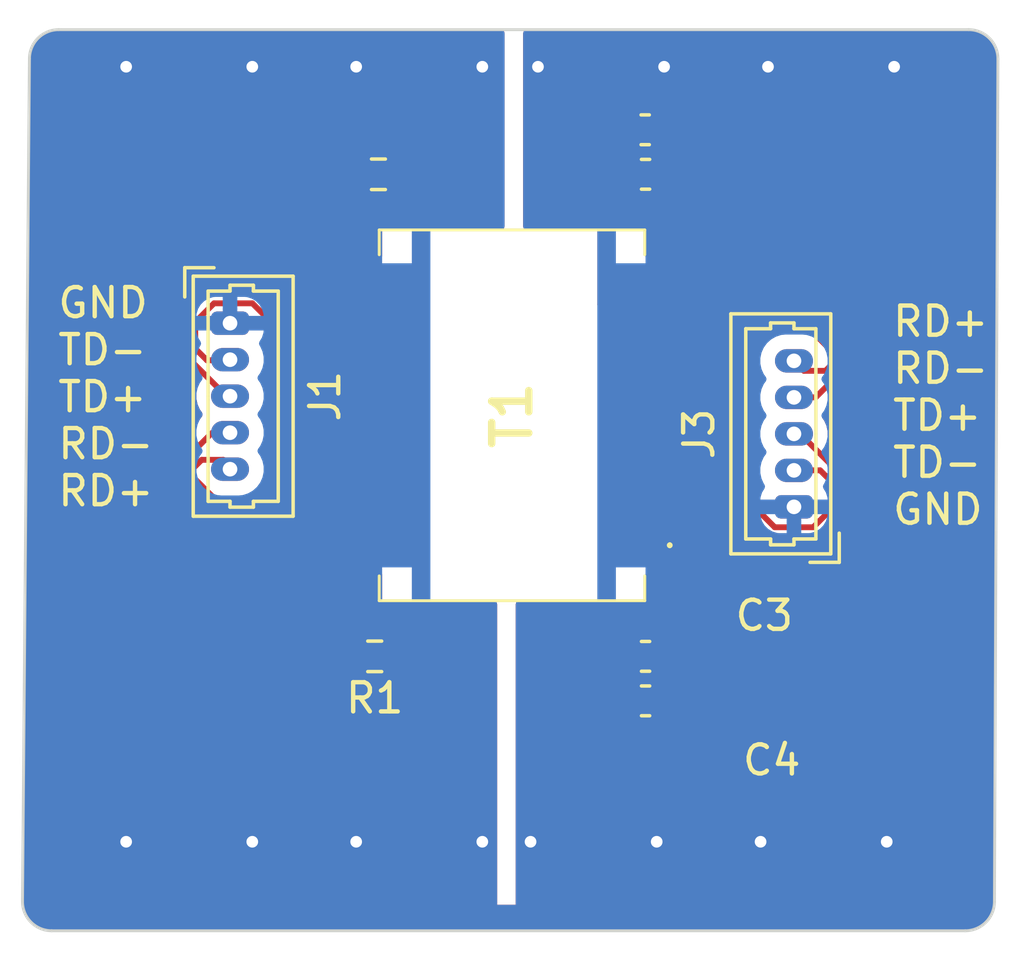
<source format=kicad_pcb>
(kicad_pcb (version 20221018) (generator pcbnew)
  (layers (0 "F.Cu" signal) (31 "B.Cu" signal) (34 "B.Paste" user) (35 "F.Paste" user) (36 "B.SilkS" user "B.Silkscreen") (37 "F.SilkS" user "F.Silkscreen") (38 "B.Mask" user) (39 "F.Mask" user) (44 "Edge.Cuts" user))
  (net 0 "")
  (net 1 "Net-(T1-RCT)")
  (net 2 "GND")
  (net 3 "Net-(T1-TCT)")
  (net 4 "/Tx+")
  (net 5 "/Tx-")
  (net 6 "/Rx+")
  (net 7 "/Rx-")
  (net 8 "Net-(T1-CMT_2)")
  (net 9 "Net-(T1-CMT_1)")
  (net 14 "/Rd+")
  (net 15 "/Rd-")
  (net 16 "/Td+")
  (net 17 "/Td-")
  (footprint "Connector_Molex:Molex_PicoBlade_53047-0510_1x05_P1.25mm_Vertical" (layer "F.Cu") (at 110.744 48.534 -90)
    (fp_text reference "J1" (at 2.5 -3.25 90) (layer "F.SilkS"))
    (fp_text value "Conn_01x05" hide)
    (fp_line (start -1.9 1.55) (end -1.9 0.55) (stroke (width 0.12)) (layer "F.SilkS"))
    (fp_line (start -1.9 1.55) (end -0.9 1.55) (stroke (width 0.12)) (layer "F.SilkS"))
    (fp_line (start -1.61 -2.16) (end -1.61 1.26) (stroke (width 0.12)) (layer "F.SilkS"))
    (fp_line (start -1.61 1.26) (end 6.61 1.26) (stroke (width 0.12)) (layer "F.SilkS"))
    (fp_line (start -1.3 -0.8) (end -1.1 -0.8) (stroke (width 0.12)) (layer "F.SilkS"))
    (fp_line (start -1.3 0) (end -1.3 -0.8) (stroke (width 0.12)) (layer "F.SilkS"))
    (fp_line (start -1.1 -1.65) (end 2.5 -1.65) (stroke (width 0.12)) (layer "F.SilkS"))
    (fp_line (start -1.1 -0.8) (end -1.1 -1.65) (stroke (width 0.12)) (layer "F.SilkS"))
    (fp_line (start -1.1 0) (end -1.3 0) (stroke (width 0.12)) (layer "F.SilkS"))
    (fp_line (start -1.1 0.75) (end -1.1 0) (stroke (width 0.12)) (layer "F.SilkS"))
    (fp_line (start 2.5 0.75) (end -1.1 0.75) (stroke (width 0.12)) (layer "F.SilkS"))
    (fp_line (start 2.5 0.75) (end 6.1 0.75) (stroke (width 0.12)) (layer "F.SilkS"))
    (fp_line (start 6.1 -1.65) (end 2.5 -1.65) (stroke (width 0.12)) (layer "F.SilkS"))
    (fp_line (start 6.1 -0.8) (end 6.1 -1.65) (stroke (width 0.12)) (layer "F.SilkS"))
    (fp_line (start 6.1 0) (end 6.3 0) (stroke (width 0.12)) (layer "F.SilkS"))
    (fp_line (start 6.1 0.75) (end 6.1 0) (stroke (width 0.12)) (layer "F.SilkS"))
    (fp_line (start 6.3 -0.8) (end 6.1 -0.8) (stroke (width 0.12)) (layer "F.SilkS"))
    (fp_line (start 6.3 0) (end 6.3 -0.8) (stroke (width 0.12)) (layer "F.SilkS"))
    (fp_line (start 6.61 -2.16) (end -1.61 -2.16) (stroke (width 0.12)) (layer "F.SilkS"))
    (fp_line (start 6.61 1.26) (end 6.61 -2.16) (stroke (width 0.12)) (layer "F.SilkS"))
    (pad "1" thru_hole roundrect (at 0 0 270) (size 0.8 1.3) (drill 0.5) (layers "*.Cu" "*.Mask") (net 2 "GND"))
    (pad "2" thru_hole oval (at 1.25 0 270) (size 0.8 1.3) (drill 0.5) (layers "*.Cu" "*.Mask") (net 6 "/Rx+"))
    (pad "3" thru_hole oval (at 2.5 0 270) (size 0.8 1.3) (drill 0.5) (layers "*.Cu" "*.Mask") (net 7 "/Rx-"))
    (pad "4" thru_hole oval (at 3.75 0 270) (size 0.8 1.3) (drill 0.5) (layers "*.Cu" "*.Mask") (net 4 "/Tx+"))
    (pad "5" thru_hole oval (at 5 0 270) (size 0.8 1.3) (drill 0.5) (layers "*.Cu" "*.Mask") (net 5 "/Tx-"))
  )
  (footprint "Capacitor_SMD:C_0603_1608Metric" (layer "F.Cu") (at 124.955 41.91)
    (fp_text reference "C1" hide)
    (fp_text value "0.1uF")
    (fp_line (start -0.14058 -0.51) (end 0.14058 -0.51) (stroke (width 0.12)) (layer "F.SilkS"))
    (fp_line (start -0.14058 0.51) (end 0.14058 0.51) (stroke (width 0.12)) (layer "F.SilkS"))
    (pad "1" smd roundrect (at -0.775 0) (size 0.9 0.95) (layers "F.Cu" "F.Paste" "F.Mask") (net 1 "Net-(T1-RCT)"))
    (pad "2" smd roundrect (at 0.775 0) (size 0.9 0.95) (layers "F.Cu" "F.Paste" "F.Mask") (net 2 "GND"))
  )
  (footprint "Connector_Molex:Molex_PicoBlade_53047-0510_1x05_P1.25mm_Vertical" (layer "F.Cu") (at 130.048 54.824 90)
    (fp_text reference "J3" (at 2.5 -3.25 90) (layer "F.SilkS"))
    (fp_text value "Conn_01x05" hide)
    (fp_line (start -1.9 1.55) (end -1.9 0.55) (stroke (width 0.12)) (layer "F.SilkS"))
    (fp_line (start -1.9 1.55) (end -0.9 1.55) (stroke (width 0.12)) (layer "F.SilkS"))
    (fp_line (start -1.61 -2.16) (end -1.61 1.26) (stroke (width 0.12)) (layer "F.SilkS"))
    (fp_line (start -1.61 1.26) (end 6.61 1.26) (stroke (width 0.12)) (layer "F.SilkS"))
    (fp_line (start -1.3 -0.8) (end -1.1 -0.8) (stroke (width 0.12)) (layer "F.SilkS"))
    (fp_line (start -1.3 0) (end -1.3 -0.8) (stroke (width 0.12)) (layer "F.SilkS"))
    (fp_line (start -1.1 -1.65) (end 2.5 -1.65) (stroke (width 0.12)) (layer "F.SilkS"))
    (fp_line (start -1.1 -0.8) (end -1.1 -1.65) (stroke (width 0.12)) (layer "F.SilkS"))
    (fp_line (start -1.1 0) (end -1.3 0) (stroke (width 0.12)) (layer "F.SilkS"))
    (fp_line (start -1.1 0.75) (end -1.1 0) (stroke (width 0.12)) (layer "F.SilkS"))
    (fp_line (start 2.5 0.75) (end -1.1 0.75) (stroke (width 0.12)) (layer "F.SilkS"))
    (fp_line (start 2.5 0.75) (end 6.1 0.75) (stroke (width 0.12)) (layer "F.SilkS"))
    (fp_line (start 6.1 -1.65) (end 2.5 -1.65) (stroke (width 0.12)) (layer "F.SilkS"))
    (fp_line (start 6.1 -0.8) (end 6.1 -1.65) (stroke (width 0.12)) (layer "F.SilkS"))
    (fp_line (start 6.1 0) (end 6.3 0) (stroke (width 0.12)) (layer "F.SilkS"))
    (fp_line (start 6.1 0.75) (end 6.1 0) (stroke (width 0.12)) (layer "F.SilkS"))
    (fp_line (start 6.3 -0.8) (end 6.1 -0.8) (stroke (width 0.12)) (layer "F.SilkS"))
    (fp_line (start 6.3 0) (end 6.3 -0.8) (stroke (width 0.12)) (layer "F.SilkS"))
    (fp_line (start 6.61 -2.16) (end -1.61 -2.16) (stroke (width 0.12)) (layer "F.SilkS"))
    (fp_line (start 6.61 1.26) (end 6.61 -2.16) (stroke (width 0.12)) (layer "F.SilkS"))
    (pad "1" thru_hole roundrect (at 0 0 90) (size 0.8 1.3) (drill 0.5) (layers "*.Cu" "*.Mask") (net 2 "GND"))
    (pad "2" thru_hole oval (at 1.25 0 90) (size 0.8 1.3) (drill 0.5) (layers "*.Cu" "*.Mask") (net 17 "/Td-"))
    (pad "3" thru_hole oval (at 2.5 0 90) (size 0.8 1.3) (drill 0.5) (layers "*.Cu" "*.Mask") (net 16 "/Td+"))
    (pad "4" thru_hole oval (at 3.75 0 90) (size 0.8 1.3) (drill 0.5) (layers "*.Cu" "*.Mask") (net 15 "/Rd-"))
    (pad "5" thru_hole oval (at 5 0 90) (size 0.8 1.3) (drill 0.5) (layers "*.Cu" "*.Mask") (net 14 "/Rd+"))
  )
  (footprint "Capacitor_SMD:C_0603_1608Metric" (layer "F.Cu") (at 124.968 59.944)
    (fp_text reference "C3" (at 4.064 -1.397) (layer "F.SilkS"))
    (fp_text value "0.1uF")
    (fp_line (start -0.14058 -0.51) (end 0.14058 -0.51) (stroke (width 0.12)) (layer "F.SilkS"))
    (fp_line (start -0.14058 0.51) (end 0.14058 0.51) (stroke (width 0.12)) (layer "F.SilkS"))
    (pad "1" smd roundrect (at -0.775 0) (size 0.9 0.95) (layers "F.Cu" "F.Paste" "F.Mask") (net 3 "Net-(T1-TCT)"))
    (pad "2" smd roundrect (at 0.775 0) (size 0.9 0.95) (layers "F.Cu" "F.Paste" "F.Mask") (net 2 "GND"))
  )
  (footprint "Capacitor_SMD:C_0603_1608Metric" (layer "F.Cu") (at 124.968 43.434)
    (fp_text reference "C2" hide)
    (fp_text value "0.1uF")
    (fp_line (start -0.14058 -0.51) (end 0.14058 -0.51) (stroke (width 0.12)) (layer "F.SilkS"))
    (fp_line (start -0.14058 0.51) (end 0.14058 0.51) (stroke (width 0.12)) (layer "F.SilkS"))
    (pad "1" smd roundrect (at -0.775 0) (size 0.9 0.95) (layers "F.Cu" "F.Paste" "F.Mask") (net 1 "Net-(T1-RCT)"))
    (pad "2" smd roundrect (at 0.775 0) (size 0.9 0.95) (layers "F.Cu" "F.Paste" "F.Mask") (net 2 "GND"))
  )
  (footprint "Magnetic_breakout:HX1188FNLT" (layer "F.Cu") (at 120.396 51.689 90)
    (fp_text reference "T1" (at 0 0 90) (layer "F.SilkS") (effects (font (size 1.27 1.27) (thickness 0.254))))
    (fp_text value "HX1188FNLT" hide)
    (fp_line (start -6.35 -4.545) (end -6.35 4.545) (stroke (width 0.1)) (layer "F.SilkS"))
    (fp_line (start -6.35 4.545) (end -5.5 4.545) (stroke (width 0.1)) (layer "F.SilkS"))
    (fp_line (start -5.5 -4.545) (end -6.35 -4.545) (stroke (width 0.1)) (layer "F.SilkS"))
    (fp_line (start -4.5 5.4) (end -4.5 5.4) (stroke (width 0.1)) (layer "F.SilkS"))
    (fp_line (start -4.4 5.4) (end -4.4 5.4) (stroke (width 0.1)) (layer "F.SilkS"))
    (fp_line (start 5.5 4.545) (end 6.35 4.545) (stroke (width 0.1)) (layer "F.SilkS"))
    (fp_line (start 6.35 -4.545) (end 5.5 -4.545) (stroke (width 0.1)) (layer "F.SilkS"))
    (fp_line (start 6.35 4.545) (end 6.35 -4.545) (stroke (width 0.1)) (layer "F.SilkS"))
    (fp_arc (start -4.5 5.4) (mid -4.45 5.35) (end -4.4 5.4) (stroke (width 0.1)) (layer "F.SilkS"))
    (fp_arc (start -4.4 5.4) (mid -4.45 5.45) (end -4.5 5.4) (stroke (width 0.1)) (layer "F.SilkS"))
    (pad "1" smd rect (at -4.445 4.255 90) (size 0.76 1.65) (layers "F.Cu" "F.Paste" "F.Mask") (net 16 "/Td+"))
    (pad "2" smd rect (at -3.175 4.255 90) (size 0.76 1.65) (layers "F.Cu" "F.Paste" "F.Mask") (net 3 "Net-(T1-TCT)"))
    (pad "3" smd rect (at -1.905 4.255 90) (size 0.76 1.65) (layers "F.Cu" "F.Paste" "F.Mask") (net 17 "/Td-"))
    (pad "4" smd rect (at -0.635 4.255 90) (size 0.76 1.65) (layers "F.Cu" "F.Paste" "F.Mask"))
    (pad "5" smd rect (at 0.635 4.255 90) (size 0.76 1.65) (layers "F.Cu" "F.Paste" "F.Mask"))
    (pad "6" smd rect (at 1.905 4.255 90) (size 0.76 1.65) (layers "F.Cu" "F.Paste" "F.Mask") (net 14 "/Rd+"))
    (pad "7" smd rect (at 3.175 4.255 90) (size 0.76 1.65) (layers "F.Cu" "F.Paste" "F.Mask") (net 1 "Net-(T1-RCT)"))
    (pad "8" smd rect (at 4.445 4.255 90) (size 0.76 1.65) (layers "F.Cu" "F.Paste" "F.Mask") (net 15 "/Rd-"))
    (pad "9" smd rect (at 4.445 -4.255 90) (size 0.76 1.65) (layers "F.Cu" "F.Paste" "F.Mask") (net 7 "/Rx-"))
    (pad "10" smd rect (at 3.175 -4.255 90) (size 0.76 1.65) (layers "F.Cu" "F.Paste" "F.Mask") (net 9 "Net-(T1-CMT_1)"))
    (pad "11" smd rect (at 1.905 -4.255 90) (size 0.76 1.65) (layers "F.Cu" "F.Paste" "F.Mask") (net 6 "/Rx+"))
    (pad "12" smd rect (at 0.635 -4.255 90) (size 0.76 1.65) (layers "F.Cu" "F.Paste" "F.Mask"))
    (pad "13" smd rect (at -0.635 -4.255 90) (size 0.76 1.65) (layers "F.Cu" "F.Paste" "F.Mask"))
    (pad "14" smd rect (at -1.905 -4.255 90) (size 0.76 1.65) (layers "F.Cu" "F.Paste" "F.Mask") (net 5 "/Tx-"))
    (pad "15" smd rect (at -3.175 -4.255 90) (size 0.76 1.65) (layers "F.Cu" "F.Paste" "F.Mask") (net 8 "Net-(T1-CMT_2)"))
    (pad "16" smd rect (at -4.445 -4.255 90) (size 0.76 1.65) (layers "F.Cu" "F.Paste" "F.Mask") (net 4 "/Tx+"))
  )
  (footprint "Capacitor_SMD:C_0603_1608Metric" (layer "F.Cu") (at 124.968 61.468)
    (fp_text reference "C4" (at 4.318 2.032) (layer "F.SilkS"))
    (fp_text value "0.1uF")
    (fp_line (start -0.14058 -0.51) (end 0.14058 -0.51) (stroke (width 0.12)) (layer "F.SilkS"))
    (fp_line (start -0.14058 0.51) (end 0.14058 0.51) (stroke (width 0.12)) (layer "F.SilkS"))
    (pad "1" smd roundrect (at -0.775 0) (size 0.9 0.95) (layers "F.Cu" "F.Paste" "F.Mask") (net 3 "Net-(T1-TCT)"))
    (pad "2" smd roundrect (at 0.775 0) (size 0.9 0.95) (layers "F.Cu" "F.Paste" "F.Mask") (net 2 "GND"))
  )
  (footprint "Resistor_SMD:R_0603_1608Metric" (layer "F.Cu") (at 115.824 43.434 180)
    (fp_text reference "R2" hide)
    (fp_text value "75")
    (fp_line (start -0.237258 -0.5225) (end 0.237258 -0.5225) (stroke (width 0.12)) (layer "F.SilkS"))
    (fp_line (start -0.237258 0.5225) (end 0.237258 0.5225) (stroke (width 0.12)) (layer "F.SilkS"))
    (pad "1" smd roundrect (at -0.825 0 180) (size 0.8 0.95) (layers "F.Cu" "F.Paste" "F.Mask") (net 9 "Net-(T1-CMT_1)"))
    (pad "2" smd roundrect (at 0.825 0 180) (size 0.8 0.95) (layers "F.Cu" "F.Paste" "F.Mask") (net 2 "GND"))
  )
  (footprint "Resistor_SMD:R_0603_1608Metric" (layer "F.Cu") (at 115.697 59.944 180)
    (fp_text reference "R1" (at 0 -1.43) (layer "F.SilkS"))
    (fp_text value "75")
    (fp_line (start -0.237258 -0.5225) (end 0.237258 -0.5225) (stroke (width 0.12)) (layer "F.SilkS"))
    (fp_line (start -0.237258 0.5225) (end 0.237258 0.5225) (stroke (width 0.12)) (layer "F.SilkS"))
    (pad "1" smd roundrect (at -0.825 0 180) (size 0.8 0.95) (layers "F.Cu" "F.Paste" "F.Mask") (net 8 "Net-(T1-CMT_2)"))
    (pad "2" smd roundrect (at 0.825 0 180) (size 0.8 0.95) (layers "F.Cu" "F.Paste" "F.Mask") (net 2 "GND"))
  )
  (gr_arc (start 136.910098 68.346115) (mid 136.615757 69.050562) (end 135.910107 69.342) (stroke (width 0.1)) (layer "Edge.Cuts"))
  (gr_line (start 137.028868 39.485115) (end 136.910098 68.346115) (stroke (width 0.1)) (layer "Edge.Cuts"))
  (gr_arc (start 136.028876 38.481) (mid 136.737452 38.775341) (end 137.028868 39.485115) (stroke (width 0.1)) (layer "Edge.Cuts"))
  (gr_line (start 103.640298 68.33377) (end 103.877837 39.47277) (stroke (width 0.1)) (layer "Edge.Cuts"))
  (gr_line (start 104.877803 38.481) (end 136.028876 38.481) (stroke (width 0.1)) (layer "Edge.Cuts"))
  (gr_line (start 135.910107 69.342) (end 104.640264 69.342) (stroke (width 0.1)) (layer "Edge.Cuts"))
  (gr_arc (start 103.877837 39.47277) (mid 104.173612 38.77099) (end 104.877803 38.481) (stroke (width 0.1)) (layer "Edge.Cuts"))
  (gr_arc (start 104.640264 69.342) (mid 103.930277 69.046178) (end 103.640298 68.33377) (stroke (width 0.1)) (layer "Edge.Cuts"))
  (gr_text "GND\nTD-\nTD+\nRD-\nRD+" (at 104.775 54.864) (layer "F.SilkS") (effects (font (size 1 1)) (justify left bottom)))
  (gr_text "RD+\nRD-\nTD+\nTD-\nGND" (at 133.35 55.499) (layer "F.SilkS") (effects (font (size 1 1)) (justify left bottom)))
  (segment (start 124.651 48.514) (end 124.066 48.514) (width 0.25) (layer "F.Cu") (net 1))
  (segment (start 124.193 43.434) (end 124.193 41.923) (width 0.25) (layer "F.Cu") (net 1))
  (segment (start 124.193 41.923) (end 124.18 41.91) (width 0.25) (layer "F.Cu") (net 1))
  (segment (start 123.444 47.892) (end 123.444 44.183) (width 0.25) (layer "F.Cu") (net 1))
  (segment (start 123.444 44.183) (end 124.193 43.434) (width 0.25) (layer "F.Cu") (net 1))
  (segment (start 124.066 48.514) (end 123.444 47.892) (width 0.25) (layer "F.Cu") (net 1))
  (via (at 107.188 39.751) (size 0.8) (drill 0.4) (layers "F.Cu" "B.Cu") (net 2))
  (via (at 119.38 39.751) (size 0.8) (drill 0.4) (layers "F.Cu" "B.Cu") (net 2))
  (via (at 133.223 66.294) (size 0.8) (drill 0.4) (layers "F.Cu" "B.Cu") (net 2))
  (via (at 111.506 39.751) (size 0.8) (drill 0.4) (layers "F.Cu" "B.Cu") (net 2))
  (via (at 107.188 66.294) (size 0.8) (drill 0.4) (layers "F.Cu" "B.Cu") (net 2))
  (via (at 121.285 39.751) (size 0.8) (drill 0.4) (layers "F.Cu" "B.Cu") (net 2))
  (via (at 133.477 39.751) (size 0.8) (drill 0.4) (layers "F.Cu" "B.Cu") (net 2))
  (via (at 119.38 66.294) (size 0.8) (drill 0.4) (layers "F.Cu" "B.Cu") (net 2))
  (via (at 111.506 66.294) (size 0.8) (drill 0.4) (layers "F.Cu" "B.Cu") (net 2))
  (via (at 129.159 39.751) (size 0.8) (drill 0.4) (layers "F.Cu" "B.Cu") (net 2))
  (via (at 128.905 66.294) (size 0.8) (drill 0.4) (layers "F.Cu" "B.Cu") (net 2))
  (via (at 125.603 39.751) (size 0.8) (drill 0.4) (layers "F.Cu" "B.Cu") (net 2))
  (via (at 121.031 66.294) (size 0.8) (drill 0.4) (layers "F.Cu" "B.Cu") (net 2))
  (via (at 125.349 66.294) (size 0.8) (drill 0.4) (layers "F.Cu" "B.Cu") (net 2))
  (via (at 115.062 39.751) (size 0.8) (drill 0.4) (layers "F.Cu" "B.Cu") (net 2))
  (via (at 115.062 66.294) (size 0.8) (drill 0.4) (layers "F.Cu" "B.Cu") (net 2))
  (segment (start 123.501 55.188) (end 123.825 54.864) (width 0.25) (layer "F.Cu") (net 3))
  (segment (start 123.825 54.864) (end 124.651 54.864) (width 0.25) (layer "F.Cu") (net 3))
  (segment (start 123.501 59.252) (end 123.501 55.188) (width 0.25) (layer "F.Cu") (net 3))
  (segment (start 124.193 61.468) (end 124.193 59.944) (width 0.25) (layer "F.Cu") (net 3))
  (segment (start 124.193 59.944) (end 123.501 59.252) (width 0.25) (layer "F.Cu") (net 3))
  (segment (start 114.9495 56.134) (end 113.9045 55.089) (width 0.2) (layer "F.Cu") (net 4))
  (segment (start 109.088101 54.0523) (end 109.088101 53.3269) (width 0.2) (layer "F.Cu") (net 4))
  (segment (start 110.124801 55.089) (end 109.088101 54.0523) (width 0.2) (layer "F.Cu") (net 4))
  (segment (start 113.9045 55.089) (end 110.124801 55.089) (width 0.2) (layer "F.Cu") (net 4))
  (segment (start 110.111001 52.304) (end 110.853001 52.304) (width 0.2) (layer "F.Cu") (net 4))
  (segment (start 109.088101 53.3269) (end 110.111001 52.304) (width 0.2) (layer "F.Cu") (net 4))
  (segment (start 116.187001 56.134) (end 114.9495 56.134) (width 0.2) (layer "F.Cu") (net 4))
  (segment (start 109.488101 53.8159) (end 109.488101 53.4991) (width 0.2) (layer "F.Cu") (net 5))
  (segment (start 116.187001 53.594) (end 114.9495 53.594) (width 0.2) (layer "F.Cu") (net 5))
  (segment (start 113.9045 54.639) (end 110.311201 54.639) (width 0.2) (layer "F.Cu") (net 5))
  (segment (start 110.512001 53.213) (end 110.853001 53.554) (width 0.2) (layer "F.Cu") (net 5))
  (segment (start 109.774201 53.213) (end 110.512001 53.213) (width 0.2) (layer "F.Cu") (net 5))
  (segment (start 109.488101 53.4991) (end 109.774201 53.213) (width 0.2) (layer "F.Cu") (net 5))
  (segment (start 114.9495 53.594) (end 113.9045 54.639) (width 0.2) (layer "F.Cu") (net 5))
  (segment (start 110.311201 54.639) (end 109.488101 53.8159) (width 0.2) (layer "F.Cu") (net 5))
  (segment (start 115.0125 49.784) (end 113.9675 48.739) (width 0.2) (layer "F.Cu") (net 6))
  (segment (start 109.955001 49.804) (end 110.853001 49.804) (width 0.2) (layer "F.Cu") (net 6))
  (segment (start 111.510108 47.854) (end 110.195894 47.854) (width 0.2) (layer "F.Cu") (net 6))
  (segment (start 112.395108 48.739) (end 111.510108 47.854) (width 0.2) (layer "F.Cu") (net 6))
  (segment (start 109.554001 49.403) (end 109.955001 49.804) (width 0.2) (layer "F.Cu") (net 6))
  (segment (start 110.195894 47.854) (end 109.554001 48.495893) (width 0.2) (layer "F.Cu") (net 6))
  (segment (start 116.250001 49.784) (end 115.0125 49.784) (width 0.2) (layer "F.Cu") (net 6))
  (segment (start 109.554001 48.495893) (end 109.554001 49.403) (width 0.2) (layer "F.Cu") (net 6))
  (segment (start 113.9675 48.739) (end 112.395108 48.739) (width 0.2) (layer "F.Cu") (net 6))
  (segment (start 110.009506 47.40402) (end 109.104001 48.309525) (width 0.2) (layer "F.Cu") (net 7))
  (segment (start 116.250001 47.244) (end 115.0125 47.244) (width 0.2) (layer "F.Cu") (net 7))
  (segment (start 110.639315 51.054) (end 110.853001 51.054) (width 0.2) (layer "F.Cu") (net 7))
  (segment (start 109.104001 49.518686) (end 110.639315 51.054) (width 0.2) (layer "F.Cu") (net 7))
  (segment (start 109.104001 48.309525) (end 109.104001 49.518686) (width 0.2) (layer "F.Cu") (net 7))
  (segment (start 115.0125 47.244) (end 113.9675 48.289) (width 0.2) (layer "F.Cu") (net 7))
  (segment (start 112.581476 48.289) (end 111.696496 47.40402) (width 0.2) (layer "F.Cu") (net 7))
  (segment (start 111.696496 47.40402) (end 110.009506 47.40402) (width 0.2) (layer "F.Cu") (net 7))
  (segment (start 113.9675 48.289) (end 112.581476 48.289) (width 0.2) (layer "F.Cu") (net 7))
  (segment (start 116.522 59.944) (end 117.291 59.175) (width 0.25) (layer "F.Cu") (net 8))
  (segment (start 117.291 59.175) (end 117.291 54.939) (width 0.25) (layer "F.Cu") (net 8))
  (segment (start 117.291 54.939) (end 117.216 54.864) (width 0.25) (layer "F.Cu") (net 8))
  (segment (start 117.216 54.864) (end 116.141 54.864) (width 0.25) (layer "F.Cu") (net 8))
  (segment (start 116.842 48.514) (end 117.291 48.065) (width 0.25) (layer "F.Cu") (net 9))
  (segment (start 116.141 48.514) (end 116.842 48.514) (width 0.25) (layer "F.Cu") (net 9))
  (segment (start 117.291 48.065) (end 117.291 44.076) (width 0.25) (layer "F.Cu") (net 9))
  (segment (start 117.291 44.076) (end 116.649 43.434) (width 0.25) (layer "F.Cu") (net 9))
  (segment (start 125.951501 49.784) (end 126.996501 48.739) (width 0.2) (layer "F.Cu") (net 14))
  (segment (start 131.1268 50.165) (end 130.389 50.165) (width 0.2) (layer "F.Cu") (net 14))
  (segment (start 126.996501 48.739) (end 130.5898 48.739) (width 0.2) (layer "F.Cu") (net 14))
  (segment (start 124.714 49.784) (end 125.951501 49.784) (width 0.2) (layer "F.Cu") (net 14))
  (segment (start 131.4129 49.8789) (end 131.1268 50.165) (width 0.2) (layer "F.Cu") (net 14))
  (segment (start 130.5898 48.739) (end 131.4129 49.5621) (width 0.2) (layer "F.Cu") (net 14))
  (segment (start 131.4129 49.5621) (end 131.4129 49.8789) (width 0.2) (layer "F.Cu") (net 14))
  (segment (start 130.389 50.165) (end 130.048 49.824) (width 0.2) (layer "F.Cu") (net 14))
  (segment (start 126.996501 48.289) (end 130.7762 48.289) (width 0.2) (layer "F.Cu") (net 15))
  (segment (start 131.8129 50.0511) (end 130.79 51.074) (width 0.2) (layer "F.Cu") (net 15))
  (segment (start 130.7762 48.289) (end 131.8129 49.3257) (width 0.2) (layer "F.Cu") (net 15))
  (segment (start 125.951501 47.244) (end 126.996501 48.289) (width 0.2) (layer "F.Cu") (net 15))
  (segment (start 131.8129 49.3257) (end 131.8129 50.0511) (width 0.2) (layer "F.Cu") (net 15))
  (segment (start 130.79 51.074) (end 130.048 51.074) (width 0.2) (layer "F.Cu") (net 15))
  (segment (start 124.714 47.244) (end 125.951501 47.244) (width 0.2) (layer "F.Cu") (net 15))
  (segment (start 125.888501 56.134) (end 126.933501 55.089) (width 0.2) (layer "F.Cu") (net 16))
  (segment (start 129.204505 55.97398) (end 130.891495 55.97398) (width 0.2) (layer "F.Cu") (net 16))
  (segment (start 130.261686 52.324) (end 130.048 52.324) (width 0.2) (layer "F.Cu") (net 16))
  (segment (start 126.933501 55.089) (end 128.319525 55.089) (width 0.2) (layer "F.Cu") (net 16))
  (segment (start 131.797 53.859314) (end 130.261686 52.324) (width 0.2) (layer "F.Cu") (net 16))
  (segment (start 128.319525 55.089) (end 129.204505 55.97398) (width 0.2) (layer "F.Cu") (net 16))
  (segment (start 130.891495 55.97398) (end 131.797 55.068475) (width 0.2) (layer "F.Cu") (net 16))
  (segment (start 131.797 55.068475) (end 131.797 53.859314) (width 0.2) (layer "F.Cu") (net 16))
  (segment (start 124.651 56.134) (end 125.888501 56.134) (width 0.2) (layer "F.Cu") (net 16))
  (segment (start 130.705107 55.524) (end 131.347 54.882107) (width 0.2) (layer "F.Cu") (net 17))
  (segment (start 131.347 53.975) (end 130.946 53.574) (width 0.2) (layer "F.Cu") (net 17))
  (segment (start 124.651 53.594) (end 125.888501 53.594) (width 0.2) (layer "F.Cu") (net 17))
  (segment (start 125.888501 53.594) (end 126.933501 54.639) (width 0.2) (layer "F.Cu") (net 17))
  (segment (start 130.946 53.574) (end 130.048 53.574) (width 0.2) (layer "F.Cu") (net 17))
  (segment (start 129.390893 55.524) (end 130.705107 55.524) (width 0.2) (layer "F.Cu") (net 17))
  (segment (start 126.933501 54.639) (end 128.505893 54.639) (width 0.2) (layer "F.Cu") (net 17))
  (segment (start 131.347 54.882107) (end 131.347 53.975) (width 0.2) (layer "F.Cu") (net 17))
  (segment (start 128.505893 54.639) (end 129.390893 55.524) (width 0.2) (layer "F.Cu") (net 17))
  (zone (net 2) (net_name "GND") (layer "F.Cu") (connect_pads (clearance 0.5)) (min_thickness 0.25) (fill yes (thermal_gap 0.5) (thermal_bridge_width 0.5))
    (polygon (pts (xy 103.632 38.1) (xy 137.414 38.1) (xy 137.16 69.596) (xy 103.378 69.596)))
  )
  (zone (net 0) (net_name "") (layers "F&B.Cu") (connect_pads (clearance 0)) (min_thickness 0.25)
    (keepout (tracks not_allowed) (vias not_allowed) (pads not_allowed) (copperpour not_allowed) (footprints allowed))
    (fill (thermal_gap 0.5) (thermal_bridge_width 0.5))
    (polygon (pts (xy 115.951 46.482) (xy 116.967 46.482) (xy 116.967 45.339) (xy 115.951 45.339)))
  )
  (zone (net 0) (net_name "") (layers "F&B.Cu") (connect_pads (clearance 0)) (min_thickness 0.25)
    (keepout (tracks not_allowed) (vias not_allowed) (pads not_allowed) (copperpour not_allowed) (footprints allowed))
    (fill (thermal_gap 0.5) (thermal_bridge_width 0.5))
    (polygon (pts (xy 115.951 58.039) (xy 116.967 58.039) (xy 116.967 56.896) (xy 115.951 56.896)))
  )
  (zone (net 0) (net_name "") (layers "F&B.Cu") (connect_pads (clearance 0)) (min_thickness 0.25)
    (keepout (tracks not_allowed) (vias not_allowed) (pads not_allowed) (copperpour not_allowed) (footprints allowed))
    (fill (thermal_gap 0.5) (thermal_bridge_width 0.5))
    (polygon (pts (xy 123.952 46.482) (xy 124.968 46.482) (xy 124.968 45.339) (xy 123.952 45.339)))
  )
  (zone (net 0) (net_name "") (layers "F&B.Cu") (connect_pads (clearance 0)) (min_thickness 0.25)
    (keepout (tracks not_allowed) (vias not_allowed) (pads not_allowed) (copperpour not_allowed) (footprints allowed))
    (fill (thermal_gap 0.5) (thermal_bridge_width 0.5))
    (polygon (pts (xy 123.952 58.039) (xy 124.968 58.039) (xy 124.968 56.896) (xy 123.952 56.896)))
  )
  (zone (net 0) (net_name "") (layers "F&B.Cu") (connect_pads (clearance 0)) (min_thickness 0.25)
    (keepout (tracks not_allowed) (vias not_allowed) (pads not_allowed) (copperpour not_allowed) (footprints allowed))
    (fill (thermal_gap 0.5) (thermal_bridge_width 0.5))
    (polygon (pts (xy 117.602 45.339) (xy 123.317 45.339) (xy 123.317 58.039) (xy 117.602 58.039)))
  )
  (zone (net 0) (net_name "") (layers "F&B.Cu") (connect_pads (clearance 0)) (min_thickness 0.25)
    (keepout (tracks not_allowed) (vias not_allowed) (pads not_allowed) (copperpour not_allowed) (footprints allowed))
    (fill (thermal_gap 0.5) (thermal_bridge_width 0.5))
    (polygon (pts (xy 120.523 68.453) (xy 120.523 57.912) (xy 119.888 57.912) (xy 119.888 68.453)))
  )
  (zone (net 0) (net_name "") (layers "F&B.Cu") (connect_pads (clearance 0)) (min_thickness 0.25)
    (keepout (tracks not_allowed) (vias not_allowed) (pads not_allowed) (copperpour not_allowed) (footprints allowed))
    (fill (thermal_gap 0.5) (thermal_bridge_width 0.5))
    (polygon (pts (xy 120.777 45.466) (xy 120.777 37.465) (xy 120.142 37.465) (xy 120.142 45.466)))
  )
  (zone (net 2) (net_name "GND") (layer "B.Cu") (priority 1) (connect_pads (clearance 0.5)) (min_thickness 0.25) (fill yes (thermal_gap 0.5) (thermal_bridge_width 0.5))
    (polygon (pts (xy 102.997 37.592) (xy 137.922 37.592) (xy 137.922 70.485) (xy 102.87 70.485)))
  )
)
</source>
